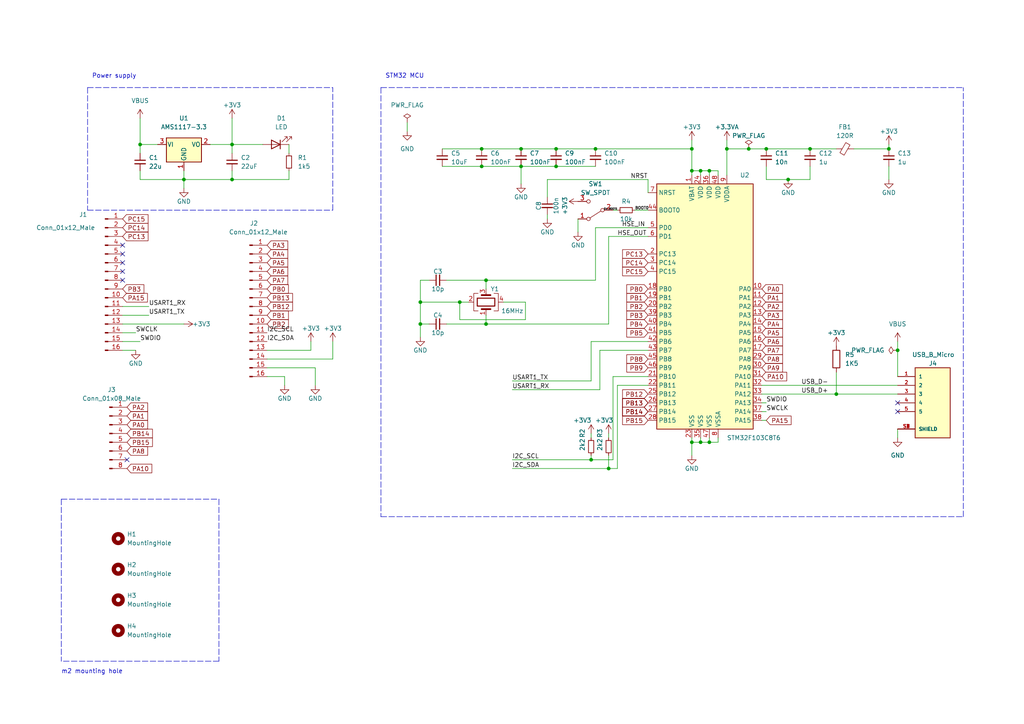
<source format=kicad_sch>
(kicad_sch (version 20211123) (generator eeschema)
  (paper "A4")
  (title_block (title "Stm32f103c8t6 minimal circuit") (date "2022-07-09") (rev "v1.0") (company "Amrith"))
  (lib_symbols
    (symbol "629105136821:629105136821" (pin_names (offset 1.016))
      (property "Reference" "J" (at -5.08 10.668 0))
      (property "Value" "629105136821" (at -5.08 -12.7 0))
      (symbol "629105136821_0_0"
        (rectangle (start -5.08 -10.16) (end 5.08 10.16) (stroke (width 0.254)) (fill (type background)))
        (pin passive line (at -10.16 7.62 0) (length 5.08) (name "1") (number "1"))
        (pin passive line (at -10.16 5.08 0) (length 5.08) (name "2") (number "2"))
        (pin passive line (at -10.16 2.54 0) (length 5.08) (name "3") (number "3"))
        (pin passive line (at -10.16 0 0) (length 5.08) (name "4") (number "4"))
        (pin passive line (at -10.16 -2.54 0) (length 5.08) (name "5") (number "5"))
        (pin passive line (at -10.16 -7.62 0) (length 5.08) (name "SHIELD") (number "S1"))
        (pin passive line (at -10.16 -7.62 0) (length 5.08) (name "SHIELD") (number "S2"))
        (pin passive line (at -10.16 -7.62 0) (length 5.08) (name "SHIELD") (number "S3"))
        (pin passive line (at -10.16 -7.62 0) (length 5.08) (name "SHIELD") (number "S4"))
      )
    )
    (symbol "Connector:Conn_01x08_Male" (pin_names (offset 1.016) hide)
      (property "Reference" "J" (at 0 10.16 0))
      (property "Value" "Conn_01x08_Male" (at 0 -12.7 0))
      (symbol "Conn_01x08_Male_1_1"
        (polyline (pts (xy 1.27 -10.16) (xy 0.8636 -10.16)) (stroke (width 0.1524)))
        (polyline (pts (xy 1.27 -7.62) (xy 0.8636 -7.62)) (stroke (width 0.1524)))
        (polyline (pts (xy 1.27 -5.08) (xy 0.8636 -5.08)) (stroke (width 0.1524)))
        (polyline (pts (xy 1.27 -2.54) (xy 0.8636 -2.54)) (stroke (width 0.1524)))
        (polyline (pts (xy 1.27 0) (xy 0.8636 0)) (stroke (width 0.1524)))
        (polyline (pts (xy 1.27 2.54) (xy 0.8636 2.54)) (stroke (width 0.1524)))
        (polyline (pts (xy 1.27 5.08) (xy 0.8636 5.08)) (stroke (width 0.1524)))
        (polyline (pts (xy 1.27 7.62) (xy 0.8636 7.62)) (stroke (width 0.1524)))
        (rectangle (start 0.8636 -10.033) (end 0 -10.287) (stroke (width 0.1524)) (fill (type outline)))
        (rectangle (start 0.8636 -7.493) (end 0 -7.747) (stroke (width 0.1524)) (fill (type outline)))
        (rectangle (start 0.8636 -4.953) (end 0 -5.207) (stroke (width 0.1524)) (fill (type outline)))
        (rectangle (start 0.8636 -2.413) (end 0 -2.667) (stroke (width 0.1524)) (fill (type outline)))
        (rectangle (start 0.8636 0.127) (end 0 -0.127) (stroke (width 0.1524)) (fill (type outline)))
        (rectangle (start 0.8636 2.667) (end 0 2.413) (stroke (width 0.1524)) (fill (type outline)))
        (rectangle (start 0.8636 5.207) (end 0 4.953) (stroke (width 0.1524)) (fill (type outline)))
        (rectangle (start 0.8636 7.747) (end 0 7.493) (stroke (width 0.1524)) (fill (type outline)))
        (pin passive line (at 5.08 7.62 180) (length 3.81) (name "Pin_1") (number "1"))
        (pin passive line (at 5.08 5.08 180) (length 3.81) (name "Pin_2") (number "2"))
        (pin passive line (at 5.08 2.54 180) (length 3.81) (name "Pin_3") (number "3"))
        (pin passive line (at 5.08 0 180) (length 3.81) (name "Pin_4") (number "4"))
        (pin passive line (at 5.08 -2.54 180) (length 3.81) (name "Pin_5") (number "5"))
        (pin passive line (at 5.08 -5.08 180) (length 3.81) (name "Pin_6") (number "6"))
        (pin passive line (at 5.08 -7.62 180) (length 3.81) (name "Pin_7") (number "7"))
        (pin passive line (at 5.08 -10.16 180) (length 3.81) (name "Pin_8") (number "8"))
      )
    )
    (symbol "Connector:Conn_01x16_Male" (pin_names (offset 1.016) hide)
      (property "Reference" "J" (at 0 20.32 0))
      (property "Value" "Conn_01x16_Male" (at 0 -22.86 0))
      (symbol "Conn_01x16_Male_1_1"
        (polyline (pts (xy 1.27 -20.32) (xy 0.8636 -20.32)) (stroke (width 0.1524)))
        (polyline (pts (xy 1.27 -17.78) (xy 0.8636 -17.78)) (stroke (width 0.1524)))
        (polyline (pts (xy 1.27 -15.24) (xy 0.8636 -15.24)) (stroke (width 0.1524)))
        (polyline (pts (xy 1.27 -12.7) (xy 0.8636 -12.7)) (stroke (width 0.1524)))
        (polyline (pts (xy 1.27 -10.16) (xy 0.8636 -10.16)) (stroke (width 0.1524)))
        (polyline (pts (xy 1.27 -7.62) (xy 0.8636 -7.62)) (stroke (width 0.1524)))
        (polyline (pts (xy 1.27 -5.08) (xy 0.8636 -5.08)) (stroke (width 0.1524)))
        (polyline (pts (xy 1.27 -2.54) (xy 0.8636 -2.54)) (stroke (width 0.1524)))
        (polyline (pts (xy 1.27 0) (xy 0.8636 0)) (stroke (width 0.1524)))
        (polyline (pts (xy 1.27 2.54) (xy 0.8636 2.54)) (stroke (width 0.1524)))
        (polyline (pts (xy 1.27 5.08) (xy 0.8636 5.08)) (stroke (width 0.1524)))
        (polyline (pts (xy 1.27 7.62) (xy 0.8636 7.62)) (stroke (width 0.1524)))
        (polyline (pts (xy 1.27 10.16) (xy 0.8636 10.16)) (stroke (width 0.1524)))
        (polyline (pts (xy 1.27 12.7) (xy 0.8636 12.7)) (stroke (width 0.1524)))
        (polyline (pts (xy 1.27 15.24) (xy 0.8636 15.24)) (stroke (width 0.1524)))
        (polyline (pts (xy 1.27 17.78) (xy 0.8636 17.78)) (stroke (width 0.1524)))
        (rectangle (start 0.8636 -20.193) (end 0 -20.447) (stroke (width 0.1524)) (fill (type outline)))
        (rectangle (start 0.8636 -17.653) (end 0 -17.907) (stroke (width 0.1524)) (fill (type outline)))
        (rectangle (start 0.8636 -15.113) (end 0 -15.367) (stroke (width 0.1524)) (fill (type outline)))
        (rectangle (start 0.8636 -12.573) (end 0 -12.827) (stroke (width 0.1524)) (fill (type outline)))
        (rectangle (start 0.8636 -10.033) (end 0 -10.287) (stroke (width 0.1524)) (fill (type outline)))
        (rectangle (start 0.8636 -7.493) (end 0 -7.747) (stroke (width 0.1524)) (fill (type outline)))
        (rectangle (start 0.8636 -4.953) (end 0 -5.207) (stroke (width 0.1524)) (fill (type outline)))
        (rectangle (start 0.8636 -2.413) (end 0 -2.667) (stroke (width 0.1524)) (fill (type outline)))
        (rectangle (start 0.8636 0.127) (end 0 -0.127) (stroke (width 0.1524)) (fill (type outline)))
        (rectangle (start 0.8636 2.667) (end 0 2.413) (stroke (width 0.1524)) (fill (type outline)))
        (rectangle (start 0.8636 5.207) (end 0 4.953) (stroke (width 0.1524)) (fill (type outline)))
        (rectangle (start 0.8636 7.747) (end 0 7.493) (stroke (width 0.1524)) (fill (type outline)))
        (rectangle (start 0.8636 10.287) (end 0 10.033) (stroke (width 0.1524)) (fill (type outline)))
        (rectangle (start 0.8636 12.827) (end 0 12.573) (stroke (width 0.1524)) (fill (type outline)))
        (rectangle (start 0.8636 15.367) (end 0 15.113) (stroke (width 0.1524)) (fill (type outline)))
        (rectangle (start 0.8636 17.907) (end 0 17.653) (stroke (width 0.1524)) (fill (type outline)))
        (pin passive line (at 5.08 17.78 180) (length 3.81) (name "Pin_1") (number "1"))
        (pin passive line (at 5.08 -5.08 180) (length 3.81) (name "Pin_10") (number "10"))
        (pin passive line (at 5.08 -7.62 180) (length 3.81) (name "Pin_11") (number "11"))
        (pin passive line (at 5.08 -10.16 180) (length 3.81) (name "Pin_12") (number "12"))
        (pin passive line (at 5.08 -12.7 180) (length 3.81) (name "Pin_13") (number "13"))
        (pin passive line (at 5.08 -15.24 180) (length 3.81) (name "Pin_14") (number "14"))
        (pin passive line (at 5.08 -17.78 180) (length 3.81) (name "Pin_15") (number "15"))
        (pin passive line (at 5.08 -20.32 180) (length 3.81) (name "Pin_16") (number "16"))
        (pin passive line (at 5.08 15.24 180) (length 3.81) (name "Pin_2") (number "2"))
        (pin passive line (at 5.08 12.7 180) (length 3.81) (name "Pin_3") (number "3"))
        (pin passive line (at 5.08 10.16 180) (length 3.81) (name "Pin_4") (number "4"))
        (pin passive line (at 5.08 7.62 180) (length 3.81) (name "Pin_5") (number "5"))
        (pin passive line (at 5.08 5.08 180) (length 3.81) (name "Pin_6") (number "6"))
        (pin passive line (at 5.08 2.54 180) (length 3.81) (name "Pin_7") (number "7"))
        (pin passive line (at 5.08 0 180) (length 3.81) (name "Pin_8") (number "8"))
        (pin passive line (at 5.08 -2.54 180) (length 3.81) (name "Pin_9") (number "9"))
      )
    )
    (symbol "Device:C_Small" (pin_numbers hide) (pin_names (offset 0.254) hide)
      (property "Reference" "C" (at 0.254 1.778 0))
      (property "Value" "C_Small" (at 0.254 -2.032 0))
      (symbol "C_Small_0_1"
        (polyline (pts (xy -1.524 -0.508) (xy 1.524 -0.508)) (stroke (width 0.3302)))
        (polyline (pts (xy -1.524 0.508) (xy 1.524 0.508)) (stroke (width 0.3048)))
      )
      (symbol "C_Small_1_1"
        (pin passive line (at 0 2.54 270) (length 2.032) (name "~") (number "1"))
        (pin passive line (at 0 -2.54 90) (length 2.032) (name "~") (number "2"))
      )
    )
    (symbol "Device:Crystal_GND24" (pin_names (offset 1.016) hide)
      (property "Reference" "Y" (at 3.175 5.08 0))
      (property "Value" "Crystal_GND24" (at 3.175 3.175 0))
      (symbol "Crystal_GND24_0_1"
        (rectangle (start -1.143 2.54) (end 1.143 -2.54) (stroke (width 0.3048)))
        (polyline (pts (xy -2.54 0) (xy -2.032 0)))
        (polyline (pts (xy -2.032 -1.27) (xy -2.032 1.27)) (stroke (width 0.508)))
        (polyline (pts (xy 0 -3.81) (xy 0 -3.556)))
        (polyline (pts (xy 0 3.556) (xy 0 3.81)))
        (polyline (pts (xy 2.032 -1.27) (xy 2.032 1.27)) (stroke (width 0.508)))
        (polyline (pts (xy 2.032 0) (xy 2.54 0)))
        (polyline (pts (xy -2.54 -2.286) (xy -2.54 -3.556) (xy 2.54 -3.556) (xy 2.54 -2.286)))
        (polyline (pts (xy -2.54 2.286) (xy -2.54 3.556) (xy 2.54 3.556) (xy 2.54 2.286)))
      )
      (symbol "Crystal_GND24_1_1"
        (pin passive line (at -3.81 0 0) (length 1.27) (name "1") (number "1"))
        (pin passive line (at 0 5.08 270) (length 1.27) (name "2") (number "2"))
        (pin passive line (at 3.81 0 180) (length 1.27) (name "3") (number "3"))
        (pin passive line (at 0 -5.08 90) (length 1.27) (name "4") (number "4"))
      )
    )
    (symbol "Device:FerriteBead_Small" (pin_numbers hide) (pin_names (offset 0))
      (property "Reference" "FB" (at 1.905 1.27 0))
      (property "Value" "FerriteBead_Small" (at 1.905 -1.27 0))
      (symbol "FerriteBead_Small_0_1"
        (polyline (pts (xy 0 -1.27) (xy 0 -0.7874)))
        (polyline (pts (xy 0 0.889) (xy 0 1.2954)))
        (polyline (pts (xy -1.8288 0.2794) (xy -1.1176 1.4986) (xy 1.8288 -0.2032) (xy 1.1176 -1.4224) (xy -1.8288 0.2794)))
      )
      (symbol "FerriteBead_Small_1_1"
        (pin passive line (at 0 2.54 270) (length 1.27) (name "~") (number "1"))
        (pin passive line (at 0 -2.54 90) (length 1.27) (name "~") (number "2"))
      )
    )
    (symbol "Device:LED" (pin_numbers hide) (pin_names (offset 1.016) hide)
      (property "Reference" "D" (at 0 2.54 0))
      (property "Value" "LED" (at 0 -2.54 0))
      (symbol "LED_0_1"
        (polyline (pts (xy -1.27 -1.27) (xy -1.27 1.27)) (stroke (width 0.254)))
        (polyline (pts (xy -1.27 0) (xy 1.27 0)))
        (polyline (pts (xy 1.27 -1.27) (xy 1.27 1.27) (xy -1.27 0) (xy 1.27 -1.27)) (stroke (width 0.254)))
        (polyline (pts (xy -3.048 -0.762) (xy -4.572 -2.286) (xy -3.81 -2.286) (xy -4.572 -2.286) (xy -4.572 -1.524)))
        (polyline (pts (xy -1.778 -0.762) (xy -3.302 -2.286) (xy -2.54 -2.286) (xy -3.302 -2.286) (xy -3.302 -1.524)))
      )
      (symbol "LED_1_1"
        (pin passive line (at -3.81 0 0) (length 2.54) (name "K") (number "1"))
        (pin passive line (at 3.81 0 180) (length 2.54) (name "A") (number "2"))
      )
    )
    (symbol "Device:R" (pin_numbers hide) (pin_names (offset 0))
      (property "Reference" "R" (at 2.032 0 90))
      (property "Value" "R" (at 0 0 90))
      (symbol "R_0_1"
        (rectangle (start -1.016 -2.54) (end 1.016 2.54) (stroke (width 0.254)))
      )
      (symbol "R_1_1"
        (pin passive line (at 0 3.81 270) (length 1.27) (name "~") (number "1"))
        (pin passive line (at 0 -3.81 90) (length 1.27) (name "~") (number "2"))
      )
    )
    (symbol "Device:R_Small" (pin_numbers hide) (pin_names (offset 0.254) hide)
      (property "Reference" "R" (at 0.762 0.508 0))
      (property "Value" "R_Small" (at 0.762 -1.016 0))
      (symbol "R_Small_0_1"
        (rectangle (start -0.762 1.778) (end 0.762 -1.778) (stroke (width 0.2032)))
      )
      (symbol "R_Small_1_1"
        (pin passive line (at 0 2.54 270) (length 0.762) (name "~") (number "1"))
        (pin passive line (at 0 -2.54 90) (length 0.762) (name "~") (number "2"))
      )
    )
    (symbol "MCU_ST_STM32F1:STM32F103C8Tx"
      (property "Reference" "U" (at -15.24 36.83 0))
      (property "Value" "STM32F103C8Tx" (at 7.62 36.83 0))
      (symbol "STM32F103C8Tx_0_1"
        (rectangle (start -15.24 -35.56) (end 12.7 35.56) (stroke (width 0.254)) (fill (type background)))
      )
      (symbol "STM32F103C8Tx_1_1"
        (pin power_in line (at -5.08 38.1 270) (length 2.54) (name "VBAT") (number "1"))
        (pin bidirectional line (at 15.24 5.08 180) (length 2.54) (name "PA0") (number "10"))
        (pin bidirectional line (at 15.24 2.54 180) (length 2.54) (name "PA1") (number "11"))
        (pin bidirectional line (at 15.24 0 180) (length 2.54) (name "PA2") (number "12"))
        (pin bidirectional line (at 15.24 -2.54 180) (length 2.54) (name "PA3") (number "13"))
        (pin bidirectional line (at 15.24 -5.08 180) (length 2.54) (name "PA4") (number "14"))
        (pin bidirectional line (at 15.24 -7.62 180) (length 2.54) (name "PA5") (number "15"))
        (pin bidirectional line (at 15.24 -10.16 180) (length 2.54) (name "PA6") (number "16"))
        (pin bidirectional line (at 15.24 -12.7 180) (length 2.54) (name "PA7") (number "17"))
        (pin bidirectional line (at -17.78 5.08 0) (length 2.54) (name "PB0") (number "18"))
        (pin bidirectional line (at -17.78 2.54 0) (length 2.54) (name "PB1") (number "19"))
        (pin bidirectional line (at -17.78 15.24 0) (length 2.54) (name "PC13") (number "2"))
        (pin bidirectional line (at -17.78 0 0) (length 2.54) (name "PB2") (number "20"))
        (pin bidirectional line (at -17.78 -20.32 0) (length 2.54) (name "PB10") (number "21"))
        (pin bidirectional line (at -17.78 -22.86 0) (length 2.54) (name "PB11") (number "22"))
        (pin power_in line (at -5.08 -38.1 90) (length 2.54) (name "VSS") (number "23"))
        (pin power_in line (at -2.54 38.1 270) (length 2.54) (name "VDD") (number "24"))
        (pin bidirectional line (at -17.78 -25.4 0) (length 2.54) (name "PB12") (number "25"))
        (pin bidirectional line (at -17.78 -27.94 0) (length 2.54) (name "PB13") (number "26"))
        (pin bidirectional line (at -17.78 -30.48 0) (length 2.54) (name "PB14") (number "27"))
        (pin bidirectional line (at -17.78 -33.02 0) (length 2.54) (name "PB15") (number "28"))
        (pin bidirectional line (at 15.24 -15.24 180) (length 2.54) (name "PA8") (number "29"))
        (pin bidirectional line (at -17.78 12.7 0) (length 2.54) (name "PC14") (number "3"))
        (pin bidirectional line (at 15.24 -17.78 180) (length 2.54) (name "PA9") (number "30"))
        (pin bidirectional line (at 15.24 -20.32 180) (length 2.54) (name "PA10") (number "31"))
        (pin bidirectional line (at 15.24 -22.86 180) (length 2.54) (name "PA11") (number "32"))
        (pin bidirectional line (at 15.24 -25.4 180) (length 2.54) (name "PA12") (number "33"))
        (pin bidirectional line (at 15.24 -27.94 180) (length 2.54) (name "PA13") (number "34"))
        (pin power_in line (at -2.54 -38.1 90) (length 2.54) (name "VSS") (number "35"))
        (pin power_in line (at 0 38.1 270) (length 2.54) (name "VDD") (number "36"))
        (pin bidirectional line (at 15.24 -30.48 180) (length 2.54) (name "PA14") (number "37"))
        (pin bidirectional line (at 15.24 -33.02 180) (length 2.54) (name "PA15") (number "38"))
        (pin bidirectional line (at -17.78 -2.54 0) (length 2.54) (name "PB3") (number "39"))
        (pin bidirectional line (at -17.78 10.16 0) (length 2.54) (name "PC15") (number "4"))
        (pin bidirectional line (at -17.78 -5.08 0) (length 2.54) (name "PB4") (number "40"))
        (pin bidirectional line (at -17.78 -7.62 0) (length 2.54) (name "PB5") (number "41"))
        (pin bidirectional line (at -17.78 -10.16 0) (length 2.54) (name "PB6") (number "42"))
        (pin bidirectional line (at -17.78 -12.7 0) (length 2.54) (name "PB7") (number "43"))
        (pin input line (at -17.78 27.94 0) (length 2.54) (name "BOOT0") (number "44"))
        (pin bidirectional line (at -17.78 -15.24 0) (length 2.54) (name "PB8") (number "45"))
        (pin bidirectional line (at -17.78 -17.78 0) (length 2.54) (name "PB9") (number "46"))
        (pin power_in line (at 0 -38.1 90) (length 2.54) (name "VSS") (number "47"))
        (pin power_in line (at 2.54 38.1 270) (length 2.54) (name "VDD") (number "48"))
        (pin input line (at -17.78 22.86 0) (length 2.54) (name "PD0") (number "5"))
        (pin input line (at -17.78 20.32 0) (length 2.54) (name "PD1") (number "6"))
        (pin input line (at -17.78 33.02 0) (length 2.54) (name "NRST") (number "7"))
        (pin power_in line (at 2.54 -38.1 90) (length 2.54) (name "VSSA") (number "8"))
        (pin power_in line (at 5.08 38.1 270) (length 2.54) (name "VDDA") (number "9"))
      )
    )
    (symbol "Mechanical:MountingHole" (pin_names (offset 1.016))
      (property "Reference" "H" (at 0 5.08 0))
      (property "Value" "MountingHole" (at 0 3.175 0))
      (symbol "MountingHole_0_1"
        (circle (center 0 0) (radius 1.27) (stroke (width 1.27)))
      )
    )
    (symbol "Regulator_Linear:AMS1117-3.3" (pin_names (offset 0.254))
      (property "Reference" "U" (at -3.81 3.175 0))
      (property "Value" "AMS1117-3.3" (at 0 3.175 0))
      (symbol "AMS1117-3.3_0_1"
        (rectangle (start -5.08 -5.08) (end 5.08 1.905) (stroke (width 0.254)) (fill (type background)))
      )
      (symbol "AMS1117-3.3_1_1"
        (pin power_in line (at 0 -7.62 90) (length 2.54) (name "GND") (number "1"))
        (pin power_out line (at 7.62 0 180) (length 2.54) (name "VO") (number "2"))
        (pin power_in line (at -7.62 0 0) (length 2.54) (name "VI") (number "3"))
      )
    )
    (symbol "Switch:SW_SPDT" (pin_names (offset 0) hide)
      (property "Reference" "SW" (at 0 4.318 0))
      (property "Value" "SW_SPDT" (at 0 -5.08 0))
      (symbol "SW_SPDT_0_0"
        (circle (center -2.032 0) (radius 0.508))
        (circle (center 2.032 -2.54) (radius 0.508))
      )
      (symbol "SW_SPDT_0_1"
        (polyline (pts (xy -1.524 0.254) (xy 1.651 2.286)))
        (circle (center 2.032 2.54) (radius 0.508))
      )
      (symbol "SW_SPDT_1_1"
        (pin passive line (at 5.08 2.54 180) (length 2.54) (name "A") (number "1"))
        (pin passive line (at -5.08 0 0) (length 2.54) (name "B") (number "2"))
        (pin passive line (at 5.08 -2.54 180) (length 2.54) (name "C") (number "3"))
      )
    )
    (symbol "power:+3.3VA" (power) (pin_names (offset 0))
      (property "Value" "+3.3VA" (at 0 3.556 0))
      (symbol "+3.3VA_0_1"
        (polyline (pts (xy -0.762 1.27) (xy 0 2.54)))
        (polyline (pts (xy 0 0) (xy 0 2.54)))
        (polyline (pts (xy 0 2.54) (xy 0.762 1.27)))
      )
      (symbol "+3.3VA_1_1"
        (pin power_in line (at 0 0 90) (length 0) hide (name "+3.3VA") (number "1"))
      )
    )
    (symbol "power:+3V3" (power) (pin_names (offset 0))
      (property "Value" "+3V3" (at 0 3.556 0))
      (symbol "+3V3_0_1"
        (polyline (pts (xy -0.762 1.27) (xy 0 2.54)))
        (polyline (pts (xy 0 0) (xy 0 2.54)))
        (polyline (pts (xy 0 2.54) (xy 0.762 1.27)))
      )
      (symbol "+3V3_1_1"
        (pin power_in line (at 0 0 90) (length 0) hide (name "+3V3") (number "1"))
      )
    )
    (symbol "power:GND" (power) (pin_names (offset 0))
      (property "Value" "GND" (at 0 -3.81 0))
      (symbol "GND_0_1"
        (polyline (pts (xy 0 0) (xy 0 -1.27) (xy 1.27 -1.27) (xy 0 -2.54) (xy -1.27 -1.27) (xy 0 -1.27)))
      )
      (symbol "GND_1_1"
        (pin power_in line (at 0 0 270) (length 0) hide (name "GND") (number "1"))
      )
    )
    (symbol "power:PWR_FLAG" (power) (pin_numbers hide) (pin_names (offset 0) hide)
      (property "Value" "PWR_FLAG" (at 0 3.81 0))
      (symbol "PWR_FLAG_0_0"
        (pin power_out line (at 0 0 90) (length 0) (name "pwr") (number "1"))
      )
      (symbol "PWR_FLAG_0_1"
        (polyline (pts (xy 0 0) (xy 0 1.27) (xy -1.016 1.905) (xy 0 2.54) (xy 1.016 1.905) (xy 0 1.27)))
      )
    )
    (symbol "power:VBUS" (power) (pin_names (offset 0))
      (property "Value" "VBUS" (at 0 3.81 0))
      (symbol "VBUS_0_1"
        (polyline (pts (xy -0.762 1.27) (xy 0 2.54)))
        (polyline (pts (xy 0 0) (xy 0 2.54)))
        (polyline (pts (xy 0 2.54) (xy 0.762 1.27)))
      )
      (symbol "VBUS_1_1"
        (pin power_in line (at 0 0 90) (length 0) hide (name "VBUS") (number "1"))
      )
    )
  )
  (junction (at 200.66 128.27))
  (junction (at 53.34 52.07))
  (junction (at 242.57 114.3))
  (junction (at 171.45 133.35))
  (junction (at 161.29 48.26))
  (junction (at 222.25 43.18))
  (junction (at 176.53 135.89))
  (junction (at 203.2 49.53))
  (junction (at 140.97 93.98))
  (junction (at 133.35 87.63))
  (junction (at 210.82 43.18))
  (junction (at 234.95 43.18))
  (junction (at 172.72 43.18))
  (junction (at 151.13 48.26))
  (junction (at 151.13 43.18))
  (junction (at 228.6 52.07))
  (junction (at 121.92 87.63))
  (junction (at 205.74 128.27))
  (junction (at 200.66 43.18))
  (junction (at 205.74 49.53))
  (junction (at 203.2 128.27))
  (junction (at 140.97 81.28))
  (junction (at 257.81 43.18))
  (junction (at 139.7 48.26))
  (junction (at 161.29 43.18))
  (junction (at 40.64 41.91))
  (junction (at 217.17 43.18))
  (junction (at 260.35 101.6))
  (junction (at 121.92 93.98))
  (junction (at 67.31 41.91))
  (junction (at 139.7 43.18))
  (junction (at 67.31 52.07))
  (junction (at 200.66 49.53))
  (no_connect (at 35.56 76.2))
  (no_connect (at 35.56 73.66))
  (no_connect (at 260.35 119.38))
  (no_connect (at 260.35 116.84))
  (no_connect (at 35.56 71.12))
  (no_connect (at 36.83 133.35))
  (no_connect (at 35.56 78.74))
  (no_connect (at 35.56 81.28))
  (wire (pts (xy 140.97 81.28) (xy 172.72 81.28)))
  (polyline (pts (xy 25.4 25.4) (xy 25.4 60.96)))
  (polyline (pts (xy 110.49 25.4) (xy 110.49 149.86)))
  (wire (pts (xy 133.35 87.63) (xy 135.89 87.63)))
  (wire (pts (xy 40.64 52.07) (xy 53.34 52.07)))
  (wire (pts (xy 222.25 48.26) (xy 222.25 52.07)))
  (wire (pts (xy 210.82 40.64) (xy 210.82 43.18)))
  (polyline (pts (xy 110.49 149.86) (xy 279.4 149.86)))
  (wire (pts (xy 203.2 50.8) (xy 203.2 49.53)))
  (wire (pts (xy 40.64 41.91) (xy 40.64 44.45)))
  (wire (pts (xy 140.97 93.98) (xy 140.97 91.44)))
  (wire (pts (xy 140.97 93.98) (xy 176.53 93.98)))
  (polyline (pts (xy 63.5 144.78) (xy 63.5 191.77)))
  (wire (pts (xy 260.35 99.06) (xy 260.35 101.6)))
  (wire (pts (xy 43.18 91.44) (xy 35.56 91.44)))
  (wire (pts (xy 151.13 48.26) (xy 161.29 48.26)))
  (polyline (pts (xy 17.78 144.78) (xy 17.78 191.77)))
  (wire (pts (xy 171.45 99.06) (xy 171.45 110.49)))
  (wire (pts (xy 222.25 52.07) (xy 228.6 52.07)))
  (wire (pts (xy 148.59 113.03) (xy 173.99 113.03)))
  (wire (pts (xy 133.35 92.71) (xy 133.35 87.63)))
  (wire (pts (xy 187.96 111.76) (xy 179.07 111.76)))
  (wire (pts (xy 172.72 81.28) (xy 172.72 66.04)))
  (wire (pts (xy 187.96 99.06) (xy 171.45 99.06)))
  (wire (pts (xy 242.57 114.3) (xy 260.35 114.3)))
  (wire (pts (xy 222.25 43.18) (xy 234.95 43.18)))
  (wire (pts (xy 210.82 43.18) (xy 217.17 43.18)))
  (wire (pts (xy 205.74 49.53) (xy 203.2 49.53)))
  (wire (pts (xy 60.96 41.91) (xy 67.31 41.91)))
  (wire (pts (xy 161.29 48.26) (xy 172.72 48.26)))
  (wire (pts (xy 205.74 127) (xy 205.74 128.27)))
  (wire (pts (xy 234.95 48.26) (xy 234.95 52.07)))
  (wire (pts (xy 171.45 133.35) (xy 177.8 133.35)))
  (wire (pts (xy 139.7 48.26) (xy 151.13 48.26)))
  (wire (pts (xy 200.66 43.18) (xy 200.66 49.53)))
  (wire (pts (xy 67.31 41.91) (xy 67.31 44.45)))
  (polyline (pts (xy 110.49 25.4) (xy 279.4 25.4)))
  (wire (pts (xy 82.55 109.22) (xy 82.55 111.76)))
  (wire (pts (xy 67.31 52.07) (xy 53.34 52.07)))
  (wire (pts (xy 208.28 127) (xy 208.28 128.27)))
  (wire (pts (xy 83.82 49.53) (xy 83.82 52.07)))
  (wire (pts (xy 83.82 52.07) (xy 67.31 52.07)))
  (wire (pts (xy 152.4 87.63) (xy 152.4 92.71)))
  (wire (pts (xy 173.99 101.6) (xy 187.96 101.6)))
  (wire (pts (xy 234.95 52.07) (xy 228.6 52.07)))
  (wire (pts (xy 177.8 133.35) (xy 177.8 109.22)))
  (wire (pts (xy 40.64 34.29) (xy 40.64 41.91)))
  (wire (pts (xy 83.82 41.91) (xy 83.82 44.45)))
  (wire (pts (xy 129.54 93.98) (xy 140.97 93.98)))
  (wire (pts (xy 77.47 109.22) (xy 82.55 109.22)))
  (wire (pts (xy 121.92 81.28) (xy 124.46 81.28)))
  (polyline (pts (xy 63.5 191.77) (xy 17.78 191.77)))
  (wire (pts (xy 171.45 125.73) (xy 171.45 127)))
  (wire (pts (xy 220.98 119.38) (xy 222.25 119.38)))
  (wire (pts (xy 146.05 87.63) (xy 152.4 87.63)))
  (wire (pts (xy 203.2 127) (xy 203.2 128.27)))
  (wire (pts (xy 171.45 110.49) (xy 148.59 110.49)))
  (wire (pts (xy 118.11 38.1) (xy 118.11 35.56)))
  (wire (pts (xy 35.56 93.98) (xy 53.34 93.98)))
  (polyline (pts (xy 96.52 60.96) (xy 96.52 25.4)))
  (wire (pts (xy 176.53 68.58) (xy 187.96 68.58)))
  (wire (pts (xy 151.13 48.26) (xy 151.13 53.34)))
  (wire (pts (xy 173.99 113.03) (xy 173.99 101.6)))
  (wire (pts (xy 217.17 43.18) (xy 222.25 43.18)))
  (wire (pts (xy 152.4 92.71) (xy 133.35 92.71)))
  (wire (pts (xy 121.92 87.63) (xy 121.92 93.98)))
  (wire (pts (xy 139.7 43.18) (xy 151.13 43.18)))
  (wire (pts (xy 210.82 43.18) (xy 210.82 50.8)))
  (wire (pts (xy 128.27 48.26) (xy 139.7 48.26)))
  (wire (pts (xy 129.54 81.28) (xy 140.97 81.28)))
  (wire (pts (xy 53.34 49.53) (xy 53.34 52.07)))
  (wire (pts (xy 179.07 135.89) (xy 176.53 135.89)))
  (wire (pts (xy 39.37 96.52) (xy 35.56 96.52)))
  (polyline (pts (xy 279.4 149.86) (xy 279.4 25.4)))
  (wire (pts (xy 35.56 99.06) (xy 40.64 99.06)))
  (wire (pts (xy 40.64 41.91) (xy 45.72 41.91)))
  (wire (pts (xy 208.28 50.8) (xy 208.28 49.53)))
  (wire (pts (xy 247.65 43.18) (xy 257.81 43.18)))
  (wire (pts (xy 220.98 111.76) (xy 260.35 111.76)))
  (wire (pts (xy 177.8 109.22) (xy 187.96 109.22)))
  (wire (pts (xy 39.37 101.6) (xy 35.56 101.6)))
  (wire (pts (xy 242.57 107.95) (xy 242.57 114.3)))
  (wire (pts (xy 167.64 63.5) (xy 167.64 67.31)))
  (wire (pts (xy 200.66 40.64) (xy 200.66 43.18)))
  (wire (pts (xy 77.47 101.6) (xy 90.17 101.6)))
  (wire (pts (xy 234.95 43.18) (xy 242.57 43.18)))
  (wire (pts (xy 161.29 43.18) (xy 172.72 43.18)))
  (polyline (pts (xy 25.4 60.96) (xy 96.52 60.96)))
  (wire (pts (xy 203.2 128.27) (xy 200.66 128.27)))
  (wire (pts (xy 205.74 50.8) (xy 205.74 49.53)))
  (wire (pts (xy 53.34 52.07) (xy 53.34 54.61)))
  (wire (pts (xy 260.35 124.46) (xy 260.35 127)))
  (wire (pts (xy 91.44 106.68) (xy 91.44 111.76)))
  (wire (pts (xy 77.47 106.68) (xy 91.44 106.68)))
  (polyline (pts (xy 25.4 25.4) (xy 96.52 25.4)))
  (wire (pts (xy 171.45 132.08) (xy 171.45 133.35)))
  (wire (pts (xy 172.72 43.18) (xy 200.66 43.18)))
  (wire (pts (xy 158.75 57.15) (xy 158.75 52.07)))
  (wire (pts (xy 67.31 41.91) (xy 76.2 41.91)))
  (wire (pts (xy 158.75 52.07) (xy 187.96 52.07)))
  (wire (pts (xy 200.66 128.27) (xy 200.66 132.08)))
  (wire (pts (xy 140.97 81.28) (xy 140.97 83.82)))
  (wire (pts (xy 176.53 93.98) (xy 176.53 68.58)))
  (wire (pts (xy 187.96 52.07) (xy 187.96 55.88)))
  (wire (pts (xy 257.81 41.91) (xy 257.81 43.18)))
  (wire (pts (xy 184.15 60.96) (xy 187.96 60.96)))
  (wire (pts (xy 128.27 43.18) (xy 139.7 43.18)))
  (wire (pts (xy 67.31 34.29) (xy 67.31 41.91)))
  (wire (pts (xy 43.18 88.9) (xy 35.56 88.9)))
  (wire (pts (xy 220.98 116.84) (xy 222.25 116.84)))
  (wire (pts (xy 203.2 49.53) (xy 200.66 49.53)))
  (wire (pts (xy 176.53 132.08) (xy 176.53 135.89)))
  (wire (pts (xy 67.31 49.53) (xy 67.31 52.07)))
  (wire (pts (xy 179.07 111.76) (xy 179.07 135.89)))
  (wire (pts (xy 208.28 128.27) (xy 205.74 128.27)))
  (wire (pts (xy 220.98 114.3) (xy 242.57 114.3)))
  (wire (pts (xy 121.92 87.63) (xy 121.92 81.28)))
  (wire (pts (xy 200.66 127) (xy 200.66 128.27)))
  (wire (pts (xy 257.81 48.26) (xy 257.81 52.07)))
  (wire (pts (xy 158.75 63.5) (xy 158.75 62.23)))
  (wire (pts (xy 90.17 101.6) (xy 90.17 99.06)))
  (wire (pts (xy 40.64 49.53) (xy 40.64 52.07)))
  (wire (pts (xy 151.13 43.18) (xy 161.29 43.18)))
  (wire (pts (xy 200.66 49.53) (xy 200.66 50.8)))
  (wire (pts (xy 77.47 104.14) (xy 96.52 104.14)))
  (wire (pts (xy 121.92 87.63) (xy 133.35 87.63)))
  (wire (pts (xy 179.07 60.96) (xy 177.8 60.96)))
  (wire (pts (xy 208.28 49.53) (xy 205.74 49.53)))
  (wire (pts (xy 222.25 121.92) (xy 220.98 121.92)))
  (wire (pts (xy 205.74 128.27) (xy 203.2 128.27)))
  (wire (pts (xy 176.53 125.73) (xy 176.53 127)))
  (wire (pts (xy 121.92 93.98) (xy 124.46 93.98)))
  (wire (pts (xy 176.53 135.89) (xy 148.59 135.89)))
  (wire (pts (xy 148.59 133.35) (xy 171.45 133.35)))
  (wire (pts (xy 121.92 97.79) (xy 121.92 93.98)))
  (wire (pts (xy 96.52 104.14) (xy 96.52 99.06)))
  (wire (pts (xy 172.72 66.04) (xy 187.96 66.04)))
  (polyline (pts (xy 17.78 144.78) (xy 63.5 144.78)))
  (wire (pts (xy 260.35 101.6) (xy 260.35 109.22)))
  (text "m2 mounting hole\n" (at 17.78 195.58 0) (effects (font (size 1.27 1.27)) (justify left bottom)))
  (text "Power supply\n" (at 26.67 22.86 0) (effects (font (size 1.27 1.27)) (justify left bottom)))
  (text "STM32 MCU\n" (at 111.76 22.86 0) (effects (font (size 1.27 1.27)) (justify left bottom)))
  (label "HSE_IN" (at 180.34 66.04 0))
  (label "NRST" (at 182.88 52.07 0))
  (label "USB_D+" (at 232.41 114.3 0))
  (label "I2C_SDA" (at 148.59 135.89 0))
  (label "USB_D-" (at 232.41 111.76 0))
  (label "I2C_SCL" (at 77.47 96.52 0))
  (label "BOOT0" (at 184.15 60.96 0) (effects (font (size 0.8 0.8))))
  (label "SWDIO" (at 40.64 99.06 0))
  (label "USART1_RX" (at 148.59 113.03 0))
  (label "HSE_OUT" (at 179.07 68.58 0))
  (label "USART1_TX" (at 148.59 110.49 0))
  (label "SWCLK" (at 39.37 96.52 0))
  (label "SW_BOOT0" (at 179.07 60.96 180) (effects (font (size 0.5 0.5))))
  (label "I2C_SDA" (at 77.47 99.06 0))
  (label "I2C_SCL" (at 148.59 133.35 0))
  (label "USART1_RX" (at 43.18 88.9 0))
  (label "SWDIO" (at 222.25 116.84 0))
  (label "SWCLK" (at 222.25 119.38 0))
  (label "USART1_TX" (at 43.18 91.44 0))
  (global_label "PA1" (shape input) (at 36.83 120.65 0) (property "Intersheet References" "${INTERSHEET_REFS}" (effects hide)))
  (global_label "PB9" (shape input) (at 187.96 106.68 180) (property "Intersheet References" "${INTERSHEET_REFS}" (effects hide)))
  (global_label "PB14" (shape input) (at 187.96 119.38 180) (property "Intersheet References" "${INTERSHEET_REFS}" (effects hide)))
  (global_label "PB15" (shape input) (at 187.96 121.92 180) (property "Intersheet References" "${INTERSHEET_REFS}" (effects hide)))
  (global_label "PA15" (shape input) (at 35.56 86.36 0) (property "Intersheet References" "${INTERSHEET_REFS}" (effects hide)))
  (global_label "PB13" (shape input) (at 187.96 116.84 180) (property "Intersheet References" "${INTERSHEET_REFS}" (effects hide)))
  (global_label "PB1" (shape input) (at 187.96 86.36 180) (property "Intersheet References" "${INTERSHEET_REFS}" (effects hide)))
  (global_label "PA7" (shape input) (at 77.47 81.28 0) (property "Intersheet References" "${INTERSHEET_REFS}" (effects hide)))
  (global_label "PB15" (shape input) (at 36.83 128.27 0) (property "Intersheet References" "${INTERSHEET_REFS}" (effects hide)))
  (global_label "PB13" (shape input) (at 77.47 86.36 0) (property "Intersheet References" "${INTERSHEET_REFS}" (effects hide)))
  (global_label "PB14" (shape input) (at 187.96 119.38 180) (property "Intersheet References" "${INTERSHEET_REFS}" (effects hide)))
  (global_label "PC14" (shape input) (at 35.56 66.04 0) (property "Intersheet References" "${INTERSHEET_REFS}" (effects hide)))
  (global_label "PA4" (shape input) (at 77.47 73.66 0) (property "Intersheet References" "${INTERSHEET_REFS}" (effects hide)))
  (global_label "PA7" (shape input) (at 220.98 101.6 0) (property "Intersheet References" "${INTERSHEET_REFS}" (effects hide)))
  (global_label "PC15" (shape input) (at 187.96 78.74 180) (property "Intersheet References" "${INTERSHEET_REFS}" (effects hide)))
  (global_label "PB4" (shape input) (at 187.96 93.98 180) (property "Intersheet References" "${INTERSHEET_REFS}" (effects hide)))
  (global_label "PA2" (shape input) (at 220.98 88.9 0) (property "Intersheet References" "${INTERSHEET_REFS}" (effects hide)))
  (global_label "PA3" (shape input) (at 77.47 71.12 0) (property "Intersheet References" "${INTERSHEET_REFS}" (effects hide)))
  (global_label "PB2" (shape input) (at 77.47 93.98 0) (property "Intersheet References" "${INTERSHEET_REFS}" (effects hide)))
  (global_label "PB0" (shape input) (at 187.96 83.82 180) (property "Intersheet References" "${INTERSHEET_REFS}" (effects hide)))
  (global_label "PA10" (shape input) (at 220.98 109.22 0) (property "Intersheet References" "${INTERSHEET_REFS}" (effects hide)))
  (global_label "PC15" (shape input) (at 35.56 63.5 0) (property "Intersheet References" "${INTERSHEET_REFS}" (effects hide)))
  (global_label "PB3" (shape input) (at 35.56 83.82 0) (property "Intersheet References" "${INTERSHEET_REFS}" (effects hide)))
  (global_label "PA0" (shape input) (at 36.83 123.19 0) (property "Intersheet References" "${INTERSHEET_REFS}" (effects hide)))
  (global_label "PA2" (shape input) (at 36.83 118.11 0) (property "Intersheet References" "${INTERSHEET_REFS}" (effects hide)))
  (global_label "PB14" (shape input) (at 36.83 125.73 0) (property "Intersheet References" "${INTERSHEET_REFS}" (effects hide)))
  (global_label "PB5" (shape input) (at 187.96 96.52 180) (property "Intersheet References" "${INTERSHEET_REFS}" (effects hide)))
  (global_label "PA6" (shape input) (at 220.98 99.06 0) (property "Intersheet References" "${INTERSHEET_REFS}" (effects hide)))
  (global_label "PB1" (shape input) (at 77.47 91.44 0) (property "Intersheet References" "${INTERSHEET_REFS}" (effects hide)))
  (global_label "PB12" (shape input) (at 187.96 114.3 180) (property "Intersheet References" "${INTERSHEET_REFS}" (effects hide)))
  (global_label "PC14" (shape input) (at 187.96 76.2 180) (property "Intersheet References" "${INTERSHEET_REFS}" (effects hide)))
  (global_label "PB3" (shape input) (at 187.96 91.44 180) (property "Intersheet References" "${INTERSHEET_REFS}" (effects hide)))
  (global_label "PA15" (shape input) (at 222.25 121.92 0) (property "Intersheet References" "${INTERSHEET_REFS}" (effects hide)))
  (global_label "PA5" (shape input) (at 220.98 96.52 0) (property "Intersheet References" "${INTERSHEET_REFS}" (effects hide)))
  (global_label "PA6" (shape input) (at 77.47 78.74 0) (property "Intersheet References" "${INTERSHEET_REFS}" (effects hide)))
  (global_label "PB13" (shape input) (at 187.96 116.84 180) (property "Intersheet References" "${INTERSHEET_REFS}" (effects hide)))
  (global_label "PA8" (shape input) (at 36.83 130.81 0) (property "Intersheet References" "${INTERSHEET_REFS}" (effects hide)))
  (global_label "PA5" (shape input) (at 77.47 76.2 0) (property "Intersheet References" "${INTERSHEET_REFS}" (effects hide)))
  (global_label "PA3" (shape input) (at 220.98 91.44 0) (property "Intersheet References" "${INTERSHEET_REFS}" (effects hide)))
  (global_label "PB2" (shape input) (at 187.96 88.9 180) (property "Intersheet References" "${INTERSHEET_REFS}" (effects hide)))
  (global_label "PA0" (shape input) (at 220.98 83.82 0) (property "Intersheet References" "${INTERSHEET_REFS}" (effects hide)))
  (global_label "PB0" (shape input) (at 77.47 83.82 0) (property "Intersheet References" "${INTERSHEET_REFS}" (effects hide)))
  (global_label "PA1" (shape input) (at 220.98 86.36 0) (property "Intersheet References" "${INTERSHEET_REFS}" (effects hide)))
  (global_label "PA9" (shape input) (at 220.98 106.68 0) (property "Intersheet References" "${INTERSHEET_REFS}" (effects hide)))
  (global_label "PC13" (shape input) (at 35.56 68.58 0) (property "Intersheet References" "${INTERSHEET_REFS}" (effects hide)))
  (global_label "PA4" (shape input) (at 220.98 93.98 0) (property "Intersheet References" "${INTERSHEET_REFS}" (effects hide)))
  (global_label "PB12" (shape input) (at 77.47 88.9 0) (property "Intersheet References" "${INTERSHEET_REFS}" (effects hide)))
  (global_label "PA10" (shape input) (at 36.83 135.89 0) (property "Intersheet References" "${INTERSHEET_REFS}" (effects hide)))
  (global_label "PA8" (shape input) (at 220.98 104.14 0) (property "Intersheet References" "${INTERSHEET_REFS}" (effects hide)))
  (global_label "PC13" (shape input) (at 187.96 73.66 180) (property "Intersheet References" "${INTERSHEET_REFS}" (effects hide)))
  (global_label "PB8" (shape input) (at 187.96 104.14 180) (property "Intersheet References" "${INTERSHEET_REFS}" (effects hide)))
  (symbol (lib_id "Mechanical:MountingHole") (at 34.29 165.1 0) (unit 1)
    (property "Reference" "H2" (at 36.83 163.8299 0) (effects (justify left)))
    (property "Value" "MountingHole" (at 36.83 166.3699 0) (effects (justify left)))
    (property "Footprint" "MountingHole:MountingHole_2.2mm_M2" (effects hide))
  )
  (symbol (lib_id "power:GND") (at 82.55 111.76 0) (unit 1)
    (property "Reference" "#PWR0103" (effects hide))
    (property "Value" "GND" (at 82.55 115.57 0))
  )
  (symbol (lib_id "Device:R_Small") (at 171.45 129.54 0) (unit 1)
    (property "Reference" "R2" (at 168.91 127 90) (effects (justify left)))
    (property "Value" "2k2" (at 168.91 130.81 90) (effects (justify left)))
    (property "Footprint" "Resistor_SMD:R_0402_1005Metric" (effects hide))
  )
  (symbol (lib_id "Device:R_Small") (at 83.82 46.99 0) (unit 1)
    (property "Reference" "R1" (at 86.36 45.7199 0) (effects (justify left)))
    (property "Value" "1k5" (at 86.36 48.2599 0) (effects (justify left)))
    (property "Footprint" "Resistor_SMD:R_0402_1005Metric" (effects hide))
  )
  (symbol (lib_id "power:GND") (at 228.6 52.07 0) (unit 1)
    (property "Reference" "#PWR017" (effects hide))
    (property "Value" "GND" (at 228.6 55.88 0))
  )
  (symbol (lib_id "power:+3V3") (at 257.81 41.91 0) (unit 1)
    (property "Reference" "#PWR019" (effects hide))
    (property "Value" "+3V3" (at 257.81 38.1 0))
  )
  (symbol (lib_id "power:+3V3") (at 96.52 99.06 0) (unit 1)
    (property "Reference" "#PWR0102" (effects hide))
    (property "Value" "+3V3" (at 96.52 95.25 0))
  )
  (symbol (lib_id "Connector:Conn_01x16_Male") (at 72.39 88.9 0) (unit 1)
    (property "Reference" "J2" (at 73.66 64.77 0))
    (property "Value" "Conn_01x12_Male" (at 74.93 67.31 0))
    (property "Footprint" "Connector_PinHeader_2.54mm:PinHeader_1x16_P2.54mm_Vertical" (effects hide))
  )
  (symbol (lib_id "power:+3.3VA") (at 210.82 40.64 0) (unit 1)
    (property "Reference" "#PWR016" (effects hide))
    (property "Value" "+3.3VA" (at 210.82 36.83 0))
  )
  (symbol (lib_id "Device:C_Small") (at 234.95 45.72 0) (unit 1)
    (property "Reference" "C12" (at 237.49 44.4562 0) (effects (justify left)))
    (property "Value" "1u" (at 237.49 46.9962 0) (effects (justify left)))
    (property "Footprint" "Capacitor_SMD:C_0402_1005Metric" (effects hide))
  )
  (symbol (lib_id "power:GND") (at 257.81 52.07 0) (unit 1)
    (property "Reference" "#PWR020" (effects hide))
    (property "Value" "GND" (at 257.81 55.88 0))
  )
  (symbol (lib_id "power:GND") (at 200.66 132.08 0) (unit 1)
    (property "Reference" "#PWR015" (effects hide))
    (property "Value" "GND" (at 200.66 135.89 0))
  )
  (symbol (lib_id "power:PWR_FLAG") (at 118.11 35.56 0) (unit 1)
    (property "Reference" "#FLG01" (effects hide))
    (property "Value" "PWR_FLAG" (at 118.11 30.48 0))
  )
  (symbol (lib_id "Device:LED") (at 80.01 41.91 180) (unit 1)
    (property "Reference" "D1" (at 81.5975 34.29 0))
    (property "Value" "LED" (at 81.5975 36.83 0))
    (property "Footprint" "LED_SMD:LED_0603_1608Metric" (effects hide))
  )
  (symbol (lib_id "power:GND") (at 91.44 111.76 0) (unit 1)
    (property "Reference" "#PWR0104" (effects hide))
    (property "Value" "GND" (at 91.44 115.57 0))
  )
  (symbol (lib_id "power:GND") (at 53.34 54.61 0) (unit 1)
    (property "Reference" "#PWR04" (effects hide))
    (property "Value" "GND" (at 53.34 58.42 0))
  )
  (symbol (lib_id "Connector:Conn_01x08_Male") (at 31.75 125.73 0) (unit 1)
    (property "Reference" "J3" (at 32.385 113.03 0))
    (property "Value" "Conn_01x08_Male" (at 32.385 115.57 0))
    (property "Footprint" "Connector_PinHeader_2.54mm:PinHeader_1x08_P2.54mm_Vertical" (effects hide))
  )
  (symbol (lib_id "Device:R_Small") (at 181.61 60.96 90) (unit 1)
    (property "Reference" "R4" (at 181.61 58.42 90))
    (property "Value" "10k" (at 181.61 63.5 90))
    (property "Footprint" "Resistor_SMD:R_0402_1005Metric" (effects hide))
  )
  (symbol (lib_id "power:+3V3") (at 53.34 93.98 270) (unit 1)
    (property "Reference" "#PWR03" (effects hide))
    (property "Value" "+3V3" (at 58.42 93.98 90))
  )
  (symbol (lib_id "Device:C_Small") (at 127 93.98 90) (unit 1)
    (property "Reference" "C4" (at 127 91.44 90))
    (property "Value" "10p" (at 127 96.52 90))
    (property "Footprint" "Capacitor_SMD:C_0402_1005Metric" (effects hide))
  )
  (symbol (lib_id "Mechanical:MountingHole") (at 34.29 156.21 0) (unit 1)
    (property "Reference" "H1" (at 36.83 154.9399 0) (effects (justify left)))
    (property "Value" "MountingHole" (at 36.83 157.4799 0) (effects (justify left)))
    (property "Footprint" "MountingHole:MountingHole_2.2mm_M2" (effects hide))
  )
  (symbol (lib_id "power:+3V3") (at 200.66 40.64 0) (unit 1)
    (property "Reference" "#PWR014" (effects hide))
    (property "Value" "+3V3" (at 200.66 36.83 0))
  )
  (symbol (lib_id "power:+3V3") (at 242.57 100.33 0) (unit 1)
    (property "Reference" "#PWR018" (effects hide))
    (property "Value" "+3V3" (at 242.57 96.52 0))
  )
  (symbol (lib_id "power:+3V3") (at 167.64 58.42 90) (unit 1)
    (property "Reference" "#PWR010" (effects hide))
    (property "Value" "+3V3" (at 163.83 59.69 0))
  )
  (symbol (lib_id "Device:C_Small") (at 158.75 59.69 0) (unit 1)
    (property "Reference" "C8" (at 156.21 59.69 90))
    (property "Value" "100n" (at 161.29 59.69 90))
    (property "Footprint" "Capacitor_SMD:C_0402_1005Metric" (effects hide))
  )
  (symbol (lib_id "629105136821:629105136821") (at 270.51 116.84 0) (unit 1)
    (property "Reference" "J4" (at 271.78 105.41 0) (effects (justify right)))
    (property "Value" "USB_B_Micro" (at 276.86 102.87 0) (effects (justify right)))
    (property "Footprint" "629105136821:WE_629105136821" (effects hide))
    (property "Datasheet" "https://www.mouser.in/datasheet/2/445/614105150721-1717916.pdf" (effects hide))
    (property "part no." "614105150721" (effects hide))
    (property "STANDARD" "Manufacturer Recommendations" (effects hide))
    (property "MANUFACTURER" "Wurth Electronics" (effects hide))
    (property "PARTREV" "P" (effects hide))
  )
  (symbol (lib_id "MCU_ST_STM32F1:STM32F103C8Tx") (at 205.74 88.9 0) (unit 1)
    (property "Reference" "U2" (at 214.63 50.8 0) (effects (justify left)))
    (property "Value" "STM32F103C8T6" (at 210.82 127 0) (effects (justify left)))
    (property "Footprint" "Package_QFP:LQFP-48_7x7mm_P0.5mm" (effects hide))
    (property "Datasheet" "http://www.st.com/st-web-ui/static/active/en/resource/technical/document/datasheet/CD00161566.pdf" (effects hide))
  )
  (symbol (lib_id "Device:C_Small") (at 222.25 45.72 0) (unit 1)
    (property "Reference" "C11" (at 224.79 44.4562 0) (effects (justify left)))
    (property "Value" "10n" (at 224.79 46.9962 0) (effects (justify left)))
    (property "Footprint" "Capacitor_SMD:C_0402_1005Metric" (effects hide))
  )
  (symbol (lib_id "Device:C_Small") (at 172.72 45.72 0) (unit 1)
    (property "Reference" "C10" (at 175.26 44.4562 0) (effects (justify left)))
    (property "Value" "100nF" (at 175.26 46.9962 0) (effects (justify left)))
    (property "Footprint" "Capacitor_SMD:C_0402_1005Metric" (effects hide))
  )
  (symbol (lib_id "power:GND") (at 158.75 63.5 0) (unit 1)
    (property "Reference" "#PWR09" (effects hide))
    (property "Value" "GND" (at 158.75 67.31 0))
  )
  (symbol (lib_id "Mechanical:MountingHole") (at 34.29 182.88 0) (unit 1)
    (property "Reference" "H4" (at 36.83 181.6099 0) (effects (justify left)))
    (property "Value" "MountingHole" (at 36.83 184.1499 0) (effects (justify left)))
    (property "Footprint" "MountingHole:MountingHole_2.2mm_M2" (effects hide))
  )
  (symbol (lib_id "Regulator_Linear:AMS1117-3.3") (at 53.34 41.91 0) (unit 1)
    (property "Reference" "U1" (at 53.34 34.29 0))
    (property "Value" "AMS1117-3.3" (at 53.34 36.83 0))
    (property "Footprint" "Package_TO_SOT_SMD:SOT-223-3_TabPin2" (effects hide))
    (property "Datasheet" "http://www.advanced-monolithic.com/pdf/ds1117.pdf" (effects hide))
  )
  (symbol (lib_id "power:GND") (at 118.11 38.1 0) (unit 1)
    (property "Reference" "#PWR06" (effects hide))
    (property "Value" "GND" (at 118.11 43.18 0))
  )
  (symbol (lib_id "Connector:Conn_01x16_Male") (at 30.48 81.28 0) (unit 1)
    (property "Reference" "J1" (at 24.13 62.23 0))
    (property "Value" "Conn_01x12_Male" (at 19.05 66.04 0))
    (property "Footprint" "Connector_PinHeader_2.54mm:PinHeader_1x16_P2.54mm_Vertical" (effects hide))
  )
  (symbol (lib_id "Device:C_Small") (at 128.27 45.72 0) (unit 1)
    (property "Reference" "C5" (at 130.81 44.4562 0) (effects (justify left)))
    (property "Value" "10uF" (at 130.81 46.9962 0) (effects (justify left)))
    (property "Footprint" "Capacitor_SMD:C_0603_1608Metric" (effects hide))
  )
  (symbol (lib_id "Device:FerriteBead_Small") (at 245.11 43.18 90) (unit 1)
    (property "Reference" "FB1" (at 245.0719 36.83 90))
    (property "Value" "120R" (at 245.0719 39.37 90))
    (property "Footprint" "Inductor_SMD:L_0603_1608Metric" (effects hide))
  )
  (symbol (lib_id "Device:C_Small") (at 151.13 45.72 0) (unit 1)
    (property "Reference" "C7" (at 153.67 44.4562 0) (effects (justify left)))
    (property "Value" "100nF" (at 153.67 46.9962 0) (effects (justify left)))
    (property "Footprint" "Capacitor_SMD:C_0402_1005Metric" (effects hide))
  )
  (symbol (lib_id "Device:R_Small") (at 176.53 129.54 0) (unit 1)
    (property "Reference" "R3" (at 173.99 127 90) (effects (justify left)))
    (property "Value" "2k2" (at 173.99 130.81 90) (effects (justify left)))
    (property "Footprint" "Resistor_SMD:R_0402_1005Metric" (effects hide))
  )
  (symbol (lib_id "Mechanical:MountingHole") (at 34.29 173.99 0) (unit 1)
    (property "Reference" "H3" (at 36.83 172.7199 0) (effects (justify left)))
    (property "Value" "MountingHole" (at 36.83 175.2599 0) (effects (justify left)))
    (property "Footprint" "MountingHole:MountingHole_2.2mm_M2" (effects hide))
  )
  (symbol (lib_id "power:+3V3") (at 176.53 125.73 0) (unit 1)
    (property "Reference" "#PWR013" (effects hide))
    (property "Value" "+3V3" (at 175.26 121.92 0))
  )
  (symbol (lib_id "power:VBUS") (at 260.35 99.06 0) (unit 1)
    (property "Reference" "#PWR021" (effects hide))
    (property "Value" "VBUS" (at 260.35 93.98 0))
  )
  (symbol (lib_id "Device:C_Small") (at 127 81.28 90) (unit 1)
    (property "Reference" "C3" (at 127 78.74 90))
    (property "Value" "10p" (at 127 83.82 90))
    (property "Footprint" "Capacitor_SMD:C_0402_1005Metric" (effects hide))
  )
  (symbol (lib_id "power:GND") (at 121.92 97.79 0) (unit 1)
    (property "Reference" "#PWR07" (effects hide))
    (property "Value" "GND" (at 121.92 101.6 0))
  )
  (symbol (lib_id "power:GND") (at 167.64 67.31 0) (unit 1)
    (property "Reference" "#PWR011" (effects hide))
    (property "Value" "GND" (at 167.64 71.12 0))
  )
  (symbol (lib_id "power:GND") (at 151.13 53.34 0) (unit 1)
    (property "Reference" "#PWR08" (effects hide))
    (property "Value" "GND" (at 151.13 57.15 0))
  )
  (symbol (lib_id "power:PWR_FLAG") (at 217.17 43.18 0) (unit 1)
    (property "Reference" "#FLG02" (effects hide))
    (property "Value" "PWR_FLAG" (at 217.17 39.37 0))
  )
  (symbol (lib_id "Device:C_Small") (at 139.7 45.72 0) (unit 1)
    (property "Reference" "C6" (at 142.24 44.4562 0) (effects (justify left)))
    (property "Value" "100nF" (at 142.24 46.9962 0) (effects (justify left)))
    (property "Footprint" "Capacitor_SMD:C_0402_1005Metric" (effects hide))
  )
  (symbol (lib_id "Device:Crystal_GND24") (at 140.97 87.63 90) (unit 1)
    (property "Reference" "Y1" (at 143.51 83.82 90))
    (property "Value" "16MHz" (at 148.59 90.17 90))
    (property "Footprint" "Crystal:Crystal_SMD_3225-4Pin_3.2x2.5mm" (effects hide))
  )
  (symbol (lib_id "power:GND") (at 39.37 101.6 0) (unit 1)
    (property "Reference" "#PWR01" (effects hide))
    (property "Value" "GND" (at 39.37 105.41 0))
  )
  (symbol (lib_id "power:GND") (at 260.35 127 0) (unit 1)
    (property "Reference" "#PWR022" (effects hide))
    (property "Value" "GND" (at 260.35 132.08 0))
  )
  (symbol (lib_id "power:PWR_FLAG") (at 260.35 101.6 90) (unit 1)
    (property "Reference" "#FLG03" (effects hide))
    (property "Value" "PWR_FLAG" (at 256.54 101.5999 90) (effects (justify left)))
  )
  (symbol (lib_id "power:+3V3") (at 90.17 99.06 0) (unit 1)
    (property "Reference" "#PWR0101" (effects hide))
    (property "Value" "+3V3" (at 90.17 95.25 0))
  )
  (symbol (lib_id "power:+3V3") (at 171.45 125.73 0) (unit 1)
    (property "Reference" "#PWR012" (effects hide))
    (property "Value" "+3V3" (at 168.91 121.92 0))
  )
  (symbol (lib_id "power:VBUS") (at 40.64 34.29 0) (unit 1)
    (property "Reference" "#PWR02" (effects hide))
    (property "Value" "VBUS" (at 40.64 29.21 0))
  )
  (symbol (lib_id "Device:C_Small") (at 257.81 45.72 0) (unit 1)
    (property "Reference" "C13" (at 260.35 44.4562 0) (effects (justify left)))
    (property "Value" "1u" (at 260.35 46.9962 0) (effects (justify left)))
    (property "Footprint" "Capacitor_SMD:C_0402_1005Metric" (effects hide))
  )
  (symbol (lib_id "Switch:SW_SPDT") (at 172.72 60.96 180) (unit 1)
    (property "Reference" "SW1" (at 172.72 53.34 0))
    (property "Value" "SW_SPDT" (at 172.72 55.88 0))
    (property "Footprint" "Button_Switch_SMD:SW_SPDT_PCM12" (effects hide))
  )
  (symbol (lib_id "Device:C_Small") (at 40.64 46.99 0) (unit 1)
    (property "Reference" "C1" (at 43.18 45.7262 0) (effects (justify left)))
    (property "Value" "22u" (at 43.18 48.2662 0) (effects (justify left)))
    (property "Footprint" "Capacitor_SMD:C_0805_2012Metric" (effects hide))
  )
  (symbol (lib_id "Device:C_Small") (at 67.31 46.99 0) (unit 1)
    (property "Reference" "C2" (at 69.85 45.7262 0) (effects (justify left)))
    (property "Value" "22uF" (at 69.85 48.2662 0) (effects (justify left)))
    (property "Footprint" "Capacitor_SMD:C_0805_2012Metric" (effects hide))
  )
  (symbol (lib_id "Device:C_Small") (at 161.29 45.72 0) (unit 1)
    (property "Reference" "C9" (at 163.83 44.4562 0) (effects (justify left)))
    (property "Value" "100nF" (at 163.83 46.9962 0) (effects (justify left)))
    (property "Footprint" "Capacitor_SMD:C_0402_1005Metric" (effects hide))
  )
  (symbol (lib_id "Device:R") (at 242.57 104.14 0) (unit 1)
    (property "Reference" "R5" (at 245.11 102.8699 0) (effects (justify left)))
    (property "Value" "1K5" (at 245.11 105.4099 0) (effects (justify left)))
    (property "Footprint" "Resistor_SMD:R_0402_1005Metric" (effects hide))
  )
  (symbol (lib_id "power:+3V3") (at 67.31 34.29 0) (unit 1)
    (property "Reference" "#PWR05" (effects hide))
    (property "Value" "+3V3" (at 67.31 30.48 0))
  )
)
</source>
